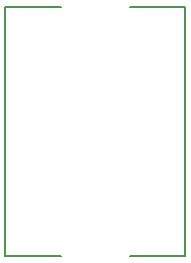
<source format=gbr>
G04 #@! TF.GenerationSoftware,KiCad,Pcbnew,5.1.4-e60b266~84~ubuntu16.04.1*
G04 #@! TF.CreationDate,2019-11-09T12:49:13+01:00*
G04 #@! TF.ProjectId,MiniVarioL0,4d696e69-5661-4726-996f-4c302e6b6963,v1.0.0*
G04 #@! TF.SameCoordinates,PX84157a0PY7270e00*
G04 #@! TF.FileFunction,Legend,Bot*
G04 #@! TF.FilePolarity,Positive*
%FSLAX46Y46*%
G04 Gerber Fmt 4.6, Leading zero omitted, Abs format (unit mm)*
G04 Created by KiCad (PCBNEW 5.1.4-e60b266~84~ubuntu16.04.1) date 2019-11-09 12:49:13*
%MOMM*%
%LPD*%
G04 APERTURE LIST*
%ADD10C,0.150000*%
G04 APERTURE END LIST*
D10*
X17620000Y4444000D02*
X17620000Y25526000D01*
X17620000Y25526000D02*
X12921000Y25526000D01*
X17620000Y4444000D02*
X12921000Y4444000D01*
X2380000Y4444000D02*
X7079000Y4444000D01*
X2380000Y25526000D02*
X7079000Y25526000D01*
X2380000Y25526000D02*
X2380000Y4444000D01*
M02*

</source>
